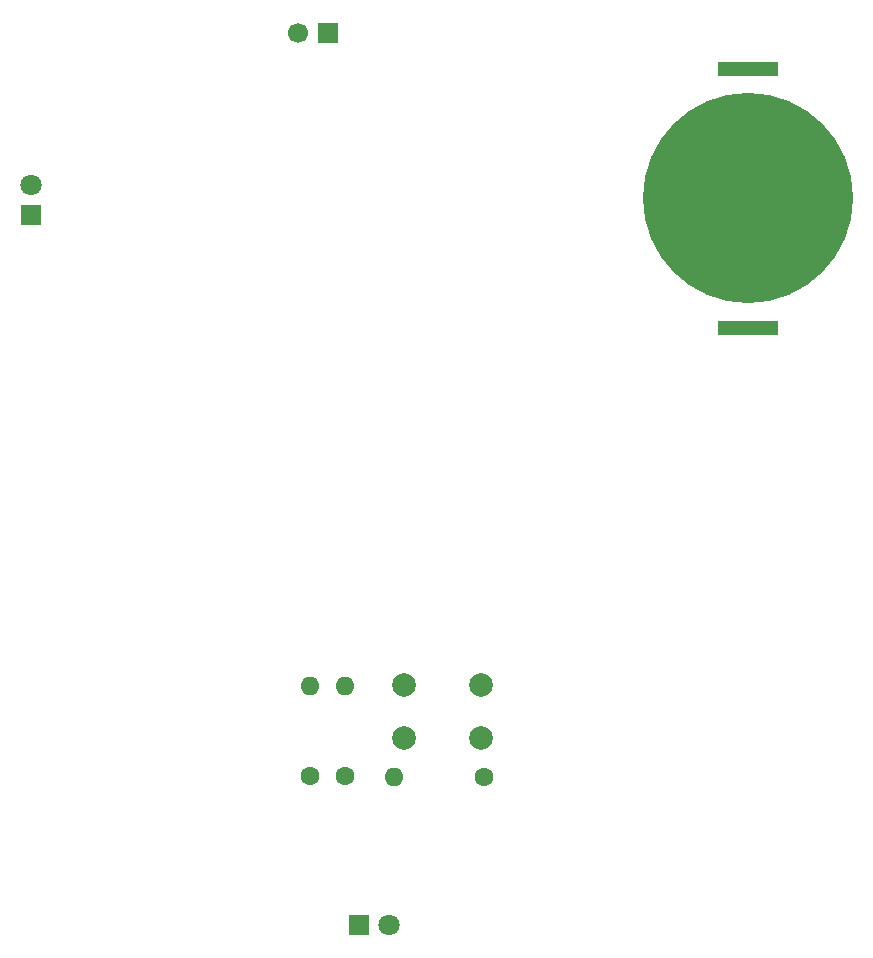
<source format=gbr>
%TF.GenerationSoftware,KiCad,Pcbnew,9.0.1*%
%TF.CreationDate,2025-04-28T16:37:29-06:00*%
%TF.ProjectId,Now were talkin,4e6f7720-7765-4726-9520-74616c6b696e,rev?*%
%TF.SameCoordinates,Original*%
%TF.FileFunction,Soldermask,Bot*%
%TF.FilePolarity,Negative*%
%FSLAX46Y46*%
G04 Gerber Fmt 4.6, Leading zero omitted, Abs format (unit mm)*
G04 Created by KiCad (PCBNEW 9.0.1) date 2025-04-28 16:37:29*
%MOMM*%
%LPD*%
G01*
G04 APERTURE LIST*
%ADD10R,1.800000X1.800000*%
%ADD11C,1.800000*%
%ADD12R,1.700000X1.700000*%
%ADD13C,1.700000*%
%ADD14C,2.000000*%
%ADD15R,5.080000X1.270000*%
%ADD16C,17.800000*%
%ADD17C,1.600000*%
%ADD18O,1.600000X1.600000*%
G04 APERTURE END LIST*
D10*
%TO.C,D3*%
X140924867Y-108110290D03*
D11*
X140924867Y-105570290D03*
%TD*%
D10*
%TO.C,D4*%
X168632356Y-168204690D03*
D11*
X171172356Y-168204690D03*
%TD*%
D12*
%TO.C,M2*%
X166072711Y-92718134D03*
D13*
X163532711Y-92718134D03*
%TD*%
D14*
%TO.C,SW2*%
X172468314Y-152449588D03*
X178968314Y-152449588D03*
X172468314Y-147949588D03*
X178968314Y-147949588D03*
%TD*%
D15*
%TO.C,BT2*%
X201572711Y-95733134D03*
X201572711Y-117703134D03*
D16*
X201572711Y-106718134D03*
%TD*%
D17*
%TO.C,R6*%
X179280878Y-155733415D03*
D18*
X171660878Y-155733415D03*
%TD*%
D17*
%TO.C,R5*%
X167500000Y-155659275D03*
D18*
X167500000Y-148039275D03*
%TD*%
D17*
%TO.C,R4*%
X164500000Y-155659275D03*
D18*
X164500000Y-148039275D03*
%TD*%
M02*

</source>
